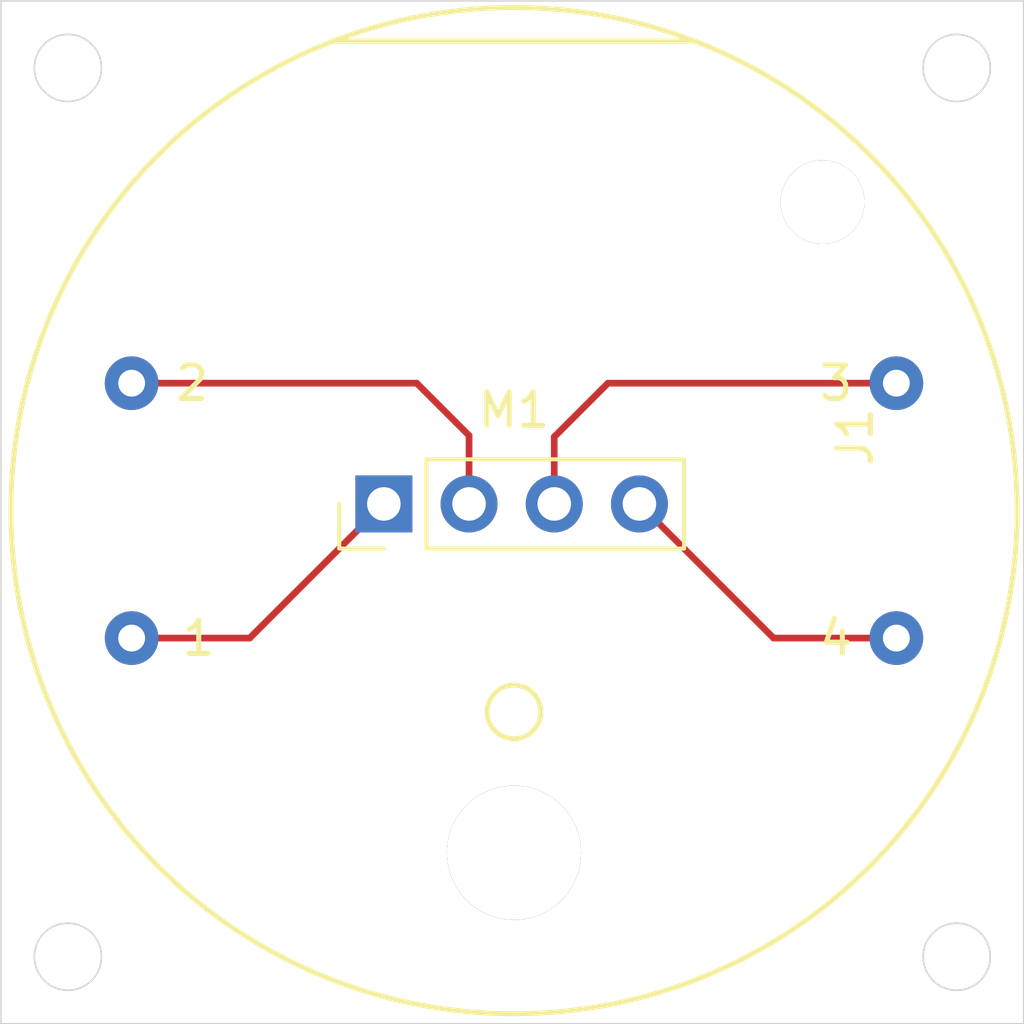
<source format=kicad_pcb>
(kicad_pcb (version 20240108) (generator "pcbnew") (generator_version "8.0")
  (layers (0 "F.Cu" signal) (31 "B.Cu" signal) (34 "B.Paste" user) (35 "F.Paste" user) (36 "B.SilkS" user "B.Silkscreen") (37 "F.SilkS" user "F.Silkscreen") (38 "B.Mask" user) (39 "F.Mask" user) (44 "Edge.Cuts" user))
  (net 0 "")
  (net 1 "/3")
  (net 2 "/4")
  (net 3 "/1")
  (net 4 "/2")
  (footprint "motoHUB:X27-168" (layer "F.Cu") (at 34.3 35.7 180)
    (property "Reference" "M1" (at 0 3 360) (layer "F.SilkS"))
    (property "Value" "Stepper_Motor_bipolar")
    (fp_line (start -5.4 14) (end 5.4 14) (stroke (width 0.15)) (layer "F.SilkS"))
    (fp_circle (center 0 0) (end 15 0) (stroke (width 0.15)) (fill none) (layer "F.SilkS"))
    (fp_circle (center 0 -6) (end 0.8 -6) (stroke (width 0.15)) (fill none) (layer "F.SilkS"))
    (fp_text user "4" (at -9.6 -3.8 360) (layer "F.SilkS"))
    (fp_text user "1" (at 9.4 -3.8 360) (layer "F.SilkS"))
    (fp_text user "3" (at -9.6 3.8 360) (layer "F.SilkS"))
    (fp_text user "2" (at 9.6 3.8 360) (layer "F.SilkS"))
    (pad "" thru_hole circle (at -9.2 9.2 180) (size 2.5 2.5) (drill 2.5) (layers "*.Cu" "*.Mask"))
    (pad "" thru_hole circle (at 0 -10.2 180) (size 4 4) (drill 4) (layers "*.Cu" "*.Mask"))
    (pad "1" thru_hole circle (at 11.4 -3.8 180) (size 1.6 1.6) (drill 0.8) (layers "*.Cu" "*.Mask") (net 3 "/1"))
    (pad "2" thru_hole circle (at 11.4 3.8 180) (size 1.6 1.6) (drill 0.8) (layers "*.Cu" "*.Mask") (net 4 "/2"))
    (pad "3" thru_hole circle (at -11.4 3.8 180) (size 1.6 1.6) (drill 0.8) (layers "*.Cu" "*.Mask") (net 1 "/3"))
    (pad "4" thru_hole circle (at -11.4 -3.8 180) (size 1.6 1.6) (drill 0.8) (layers "*.Cu" "*.Mask") (net 2 "/4"))
  )
  (footprint "Connector_PinHeader_2.54mm:PinHeader_1x04_P2.54mm_Vertical" (layer "F.Cu") (at 30.42 35.5 90)
    (property "Reference" "J1" (at 2 14.05 90) (layer "F.SilkS"))
    (property "Value" "Conn_01x04_Pin")
    (fp_line (start -1.33 -1.33) (end 0 -1.33) (stroke (width 0.12)) (layer "F.SilkS"))
    (fp_line (start -1.33 0) (end -1.33 -1.33) (stroke (width 0.12)) (layer "F.SilkS"))
    (fp_line (start 1.33 1.27) (end 1.33 8.95) (stroke (width 0.12)) (layer "F.SilkS"))
    (fp_line (start -1.33 1.27) (end 1.33 1.27) (stroke (width 0.12)) (layer "F.SilkS"))
    (fp_line (start -1.33 1.27) (end -1.33 8.95) (stroke (width 0.12)) (layer "F.SilkS"))
    (fp_line (start -1.33 8.95) (end 1.33 8.95) (stroke (width 0.12)) (layer "F.SilkS"))
    (pad "1" thru_hole rect (at 0 0 90) (size 1.7 1.7) (drill 1) (layers "*.Cu" "*.Mask") (net 3 "/1"))
    (pad "2" thru_hole oval (at 0 2.54 90) (size 1.7 1.7) (drill 1) (layers "*.Cu" "*.Mask") (net 4 "/2"))
    (pad "3" thru_hole oval (at 0 5.08 90) (size 1.7 1.7) (drill 1) (layers "*.Cu" "*.Mask") (net 1 "/3"))
    (pad "4" thru_hole oval (at 0 7.62 90) (size 1.7 1.7) (drill 1) (layers "*.Cu" "*.Mask") (net 2 "/4"))
  )
  (gr_circle (center 47.5 22.5) (end 48.5 22.5) (stroke (width 0.05)) (fill none) (layer "Edge.Cuts"))
  (gr_circle (center 21 22.5) (end 22 22.5) (stroke (width 0.05)) (fill none) (layer "Edge.Cuts"))
  (gr_circle (center 21 49) (end 22 49) (stroke (width 0.05)) (fill none) (layer "Edge.Cuts"))
  (gr_circle (center 47.5 49) (end 48.5 49) (stroke (width 0.05)) (fill none) (layer "Edge.Cuts"))
  (gr_rect (start 19 20.5) (end 49.5 51) (stroke (width 0.05)) (fill none) (layer "Edge.Cuts"))
  (segment (start 45.7 31.9) (end 37.1 31.9) (width 0.2) (layer "F.Cu") (net 1))
  (segment (start 35.5 33.5) (end 35.5 35.5) (width 0.2) (layer "F.Cu") (net 1))
  (segment (start 37.1 31.9) (end 35.5 33.5) (width 0.2) (layer "F.Cu") (net 1))
  (segment (start 45.7 39.5) (end 42.04 39.5) (width 0.2) (layer "F.Cu") (net 2))
  (segment (start 42.04 39.5) (end 38.04 35.5) (width 0.2) (layer "F.Cu") (net 2))
  (segment (start 22.9 39.5) (end 26.42 39.5) (width 0.2) (layer "F.Cu") (net 3))
  (segment (start 26.42 39.5) (end 30.42 35.5) (width 0.2) (layer "F.Cu") (net 3))
  (segment (start 31.4 31.9) (end 32.96 33.46) (width 0.2) (layer "F.Cu") (net 4))
  (segment (start 32.96 33.46) (end 32.96 35.5) (width 0.2) (layer "F.Cu") (net 4))
  (segment (start 22.9 31.9) (end 31.4 31.9) (width 0.2) (layer "F.Cu") (net 4))
)
</source>
